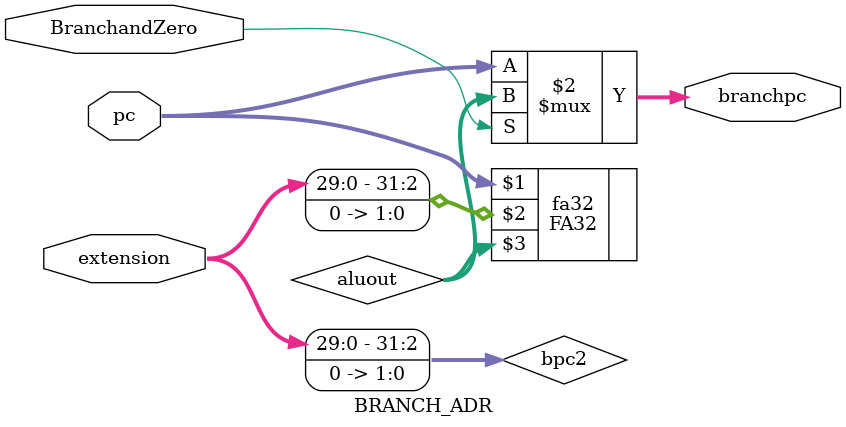
<source format=v>
`timescale 1ns / 1ps


module BRANCH_ADR(pc,extension,BranchandZero,branchpc);
    input [31:0] pc,extension;
    input BranchandZero;
    output [31:0] branchpc;
    wire [31:0] bpc2,aluout;
    
    FA32 fa32(pc,bpc2,aluout);
    
    assign bpc2 = extension <<2 ;
    assign branchpc=(BranchandZero)?aluout:pc;
    
endmodule

</source>
